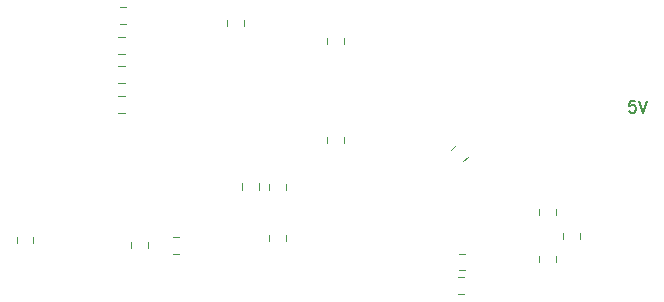
<source format=gbr>
%TF.GenerationSoftware,KiCad,Pcbnew,(5.1.2-1)-1*%
%TF.CreationDate,2019-12-21T14:34:47+05:30*%
%TF.ProjectId,Uno Panel,556e6f20-5061-46e6-956c-2e6b69636164,rev?*%
%TF.SameCoordinates,Original*%
%TF.FileFunction,Legend,Bot*%
%TF.FilePolarity,Positive*%
%FSLAX46Y46*%
G04 Gerber Fmt 4.6, Leading zero omitted, Abs format (unit mm)*
G04 Created by KiCad (PCBNEW (5.1.2-1)-1) date 2019-12-21 14:34:47*
%MOMM*%
%LPD*%
G04 APERTURE LIST*
%ADD10C,0.150000*%
%ADD11C,0.120000*%
G04 APERTURE END LIST*
D10*
X68389523Y-160742380D02*
X67913333Y-160742380D01*
X67865714Y-161218571D01*
X67913333Y-161170952D01*
X68008571Y-161123333D01*
X68246666Y-161123333D01*
X68341904Y-161170952D01*
X68389523Y-161218571D01*
X68437142Y-161313809D01*
X68437142Y-161551904D01*
X68389523Y-161647142D01*
X68341904Y-161694761D01*
X68246666Y-161742380D01*
X68008571Y-161742380D01*
X67913333Y-161694761D01*
X67865714Y-161647142D01*
X68722857Y-160742380D02*
X69056190Y-161742380D01*
X69389523Y-160742380D01*
D11*
%TO.C,R10*%
X53911252Y-177110000D02*
X53388748Y-177110000D01*
X53911252Y-175690000D02*
X53388748Y-175690000D01*
%TO.C,R9*%
X53936252Y-175110000D02*
X53413748Y-175110000D01*
X53936252Y-173690000D02*
X53413748Y-173690000D01*
%TO.C,C14*%
X15990000Y-172786252D02*
X15990000Y-172263748D01*
X17410000Y-172786252D02*
X17410000Y-172263748D01*
%TO.C,C3*%
X35090000Y-168261252D02*
X35090000Y-167738748D01*
X36510000Y-168261252D02*
X36510000Y-167738748D01*
%TO.C,R2*%
X25144252Y-160326000D02*
X24621748Y-160326000D01*
X25144252Y-161746000D02*
X24621748Y-161746000D01*
%TO.C,R3*%
X25144252Y-157830000D02*
X24621748Y-157830000D01*
X25144252Y-159250000D02*
X24621748Y-159250000D01*
%TO.C,R4*%
X63710000Y-172451252D02*
X63710000Y-171928748D01*
X62290000Y-172451252D02*
X62290000Y-171928748D01*
%TO.C,R8*%
X24621748Y-156750000D02*
X25144252Y-156750000D01*
X24621748Y-155330000D02*
X25144252Y-155330000D01*
%TO.C,R7*%
X25236252Y-152830000D02*
X24713748Y-152830000D01*
X25236252Y-154250000D02*
X24713748Y-154250000D01*
%TO.C,C1*%
X27126000Y-173244252D02*
X27126000Y-172721748D01*
X25706000Y-173244252D02*
X25706000Y-172721748D01*
%TO.C,C2*%
X29725252Y-172273000D02*
X29202748Y-172273000D01*
X29725252Y-173693000D02*
X29202748Y-173693000D01*
%TO.C,C4*%
X37390000Y-172077748D02*
X37390000Y-172600252D01*
X38810000Y-172077748D02*
X38810000Y-172600252D01*
%TO.C,C5*%
X53821529Y-165876563D02*
X54190995Y-165507097D01*
X52817437Y-164872471D02*
X53186903Y-164503005D01*
%TO.C,C6*%
X38810000Y-168291252D02*
X38810000Y-167768748D01*
X37390000Y-168291252D02*
X37390000Y-167768748D01*
%TO.C,C8*%
X33834000Y-153907748D02*
X33834000Y-154430252D01*
X35254000Y-153907748D02*
X35254000Y-154430252D01*
%TO.C,C9*%
X60250000Y-173864748D02*
X60250000Y-174387252D01*
X61670000Y-173864748D02*
X61670000Y-174387252D01*
%TO.C,C10*%
X43710000Y-155954252D02*
X43710000Y-155431748D01*
X42290000Y-155954252D02*
X42290000Y-155431748D01*
%TO.C,C11*%
X60250000Y-169909748D02*
X60250000Y-170432252D01*
X61670000Y-169909748D02*
X61670000Y-170432252D01*
%TO.C,C12*%
X43710000Y-164354252D02*
X43710000Y-163831748D01*
X42290000Y-164354252D02*
X42290000Y-163831748D01*
%TD*%
M02*

</source>
